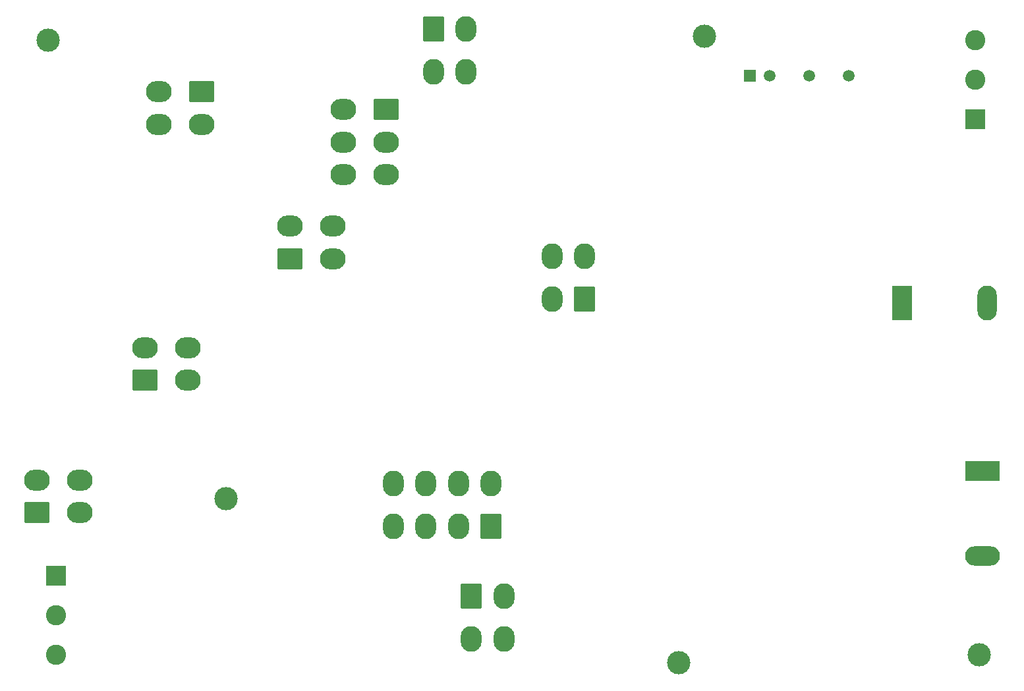
<source format=gbr>
%TF.GenerationSoftware,KiCad,Pcbnew,8.0.0*%
%TF.CreationDate,2024-07-10T23:18:01-07:00*%
%TF.ProjectId,main_relay_board,6d61696e-5f72-4656-9c61-795f626f6172,rev?*%
%TF.SameCoordinates,Original*%
%TF.FileFunction,Soldermask,Bot*%
%TF.FilePolarity,Negative*%
%FSLAX46Y46*%
G04 Gerber Fmt 4.6, Leading zero omitted, Abs format (unit mm)*
G04 Created by KiCad (PCBNEW 8.0.0) date 2024-07-10 23:18:01*
%MOMM*%
%LPD*%
G01*
G04 APERTURE LIST*
G04 Aperture macros list*
%AMRoundRect*
0 Rectangle with rounded corners*
0 $1 Rounding radius*
0 $2 $3 $4 $5 $6 $7 $8 $9 X,Y pos of 4 corners*
0 Add a 4 corners polygon primitive as box body*
4,1,4,$2,$3,$4,$5,$6,$7,$8,$9,$2,$3,0*
0 Add four circle primitives for the rounded corners*
1,1,$1+$1,$2,$3*
1,1,$1+$1,$4,$5*
1,1,$1+$1,$6,$7*
1,1,$1+$1,$8,$9*
0 Add four rect primitives between the rounded corners*
20,1,$1+$1,$2,$3,$4,$5,0*
20,1,$1+$1,$4,$5,$6,$7,0*
20,1,$1+$1,$6,$7,$8,$9,0*
20,1,$1+$1,$8,$9,$2,$3,0*%
G04 Aperture macros list end*
%ADD10RoundRect,0.250001X1.099999X1.399999X-1.099999X1.399999X-1.099999X-1.399999X1.099999X-1.399999X0*%
%ADD11O,2.700000X3.300000*%
%ADD12C,3.000000*%
%ADD13RoundRect,0.250001X-1.399999X1.099999X-1.399999X-1.099999X1.399999X-1.099999X1.399999X1.099999X0*%
%ADD14O,3.300000X2.700000*%
%ADD15RoundRect,0.250001X-1.099999X-1.399999X1.099999X-1.399999X1.099999X1.399999X-1.099999X1.399999X0*%
%ADD16R,2.600000X2.600000*%
%ADD17C,2.600000*%
%ADD18R,1.500000X1.500000*%
%ADD19C,1.500000*%
%ADD20R,4.500000X2.500000*%
%ADD21O,4.500000X2.500000*%
%ADD22RoundRect,0.250001X1.399999X-1.099999X1.399999X1.099999X-1.399999X1.099999X-1.399999X-1.099999X0*%
%ADD23R,2.500000X4.500000*%
%ADD24O,2.500000X4.500000*%
G04 APERTURE END LIST*
D10*
%TO.C,J108*%
X168470000Y-79958000D03*
D11*
X164270000Y-79958000D03*
X168470000Y-74458000D03*
X164270000Y-74458000D03*
%TD*%
D12*
%TO.C,H101*%
X99568000Y-46736000D03*
%TD*%
D13*
%TO.C,J105*%
X119292000Y-53340000D03*
D14*
X119292000Y-57540000D03*
X113792000Y-53340000D03*
X113792000Y-57540000D03*
%TD*%
D15*
%TO.C,J106*%
X153906000Y-118198000D03*
D11*
X158106000Y-118198000D03*
X153906000Y-123698000D03*
X158106000Y-123698000D03*
%TD*%
D10*
%TO.C,J104*%
X156464000Y-109229000D03*
D11*
X152264000Y-109229000D03*
X148064000Y-109229000D03*
X143864000Y-109229000D03*
X156464000Y-103729000D03*
X152264000Y-103729000D03*
X148064000Y-103729000D03*
X143864000Y-103729000D03*
%TD*%
D16*
%TO.C,J101*%
X218694000Y-56896000D03*
D17*
X218694000Y-51816000D03*
X218694000Y-46736000D03*
%TD*%
D12*
%TO.C,H105*%
X122428000Y-105664000D03*
%TD*%
%TO.C,H104*%
X180594000Y-126746000D03*
%TD*%
D15*
%TO.C,J102*%
X149030000Y-45264000D03*
D11*
X153230000Y-45264000D03*
X149030000Y-50764000D03*
X153230000Y-50764000D03*
%TD*%
D18*
%TO.C,U701*%
X189700000Y-51300000D03*
D19*
X192240000Y-51300000D03*
X197320000Y-51300000D03*
X202400000Y-51300000D03*
%TD*%
D20*
%TO.C,R717*%
X219550000Y-102125000D03*
D21*
X219550000Y-113025000D03*
%TD*%
D22*
%TO.C,J110*%
X112014000Y-90424000D03*
D14*
X112014000Y-86224000D03*
X117514000Y-90424000D03*
X117514000Y-86224000D03*
%TD*%
D12*
%TO.C,H102*%
X183896000Y-46228000D03*
%TD*%
D23*
%TO.C,R716*%
X209250000Y-80500000D03*
D24*
X220150000Y-80500000D03*
%TD*%
D16*
%TO.C,J111*%
X100584000Y-115570000D03*
D17*
X100584000Y-120650000D03*
X100584000Y-125730000D03*
%TD*%
D22*
%TO.C,J103*%
X130644000Y-74812000D03*
D14*
X130644000Y-70612000D03*
X136144000Y-74812000D03*
X136144000Y-70612000D03*
%TD*%
D13*
%TO.C,J107*%
X143002000Y-55608000D03*
D14*
X143002000Y-59808000D03*
X143002000Y-64008000D03*
X137502000Y-55608000D03*
X137502000Y-59808000D03*
X137502000Y-64008000D03*
%TD*%
D22*
%TO.C,J109*%
X98132000Y-107442000D03*
D14*
X98132000Y-103242000D03*
X103632000Y-107442000D03*
X103632000Y-103242000D03*
%TD*%
D12*
%TO.C,H103*%
X219202000Y-125730000D03*
%TD*%
M02*

</source>
